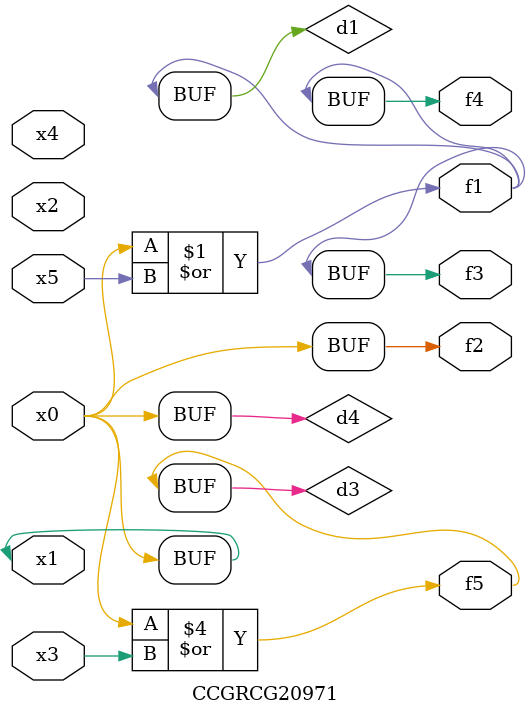
<source format=v>
module CCGRCG20971(
	input x0, x1, x2, x3, x4, x5,
	output f1, f2, f3, f4, f5
);

	wire d1, d2, d3, d4;

	or (d1, x0, x5);
	xnor (d2, x1, x4);
	or (d3, x0, x3);
	buf (d4, x0, x1);
	assign f1 = d1;
	assign f2 = d4;
	assign f3 = d1;
	assign f4 = d1;
	assign f5 = d3;
endmodule

</source>
